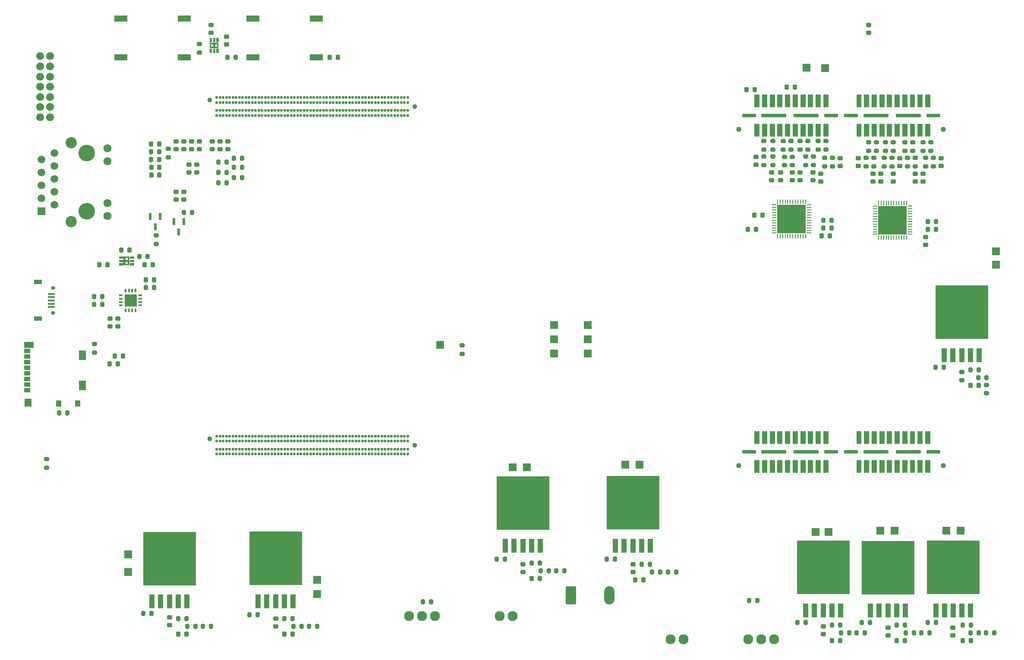
<source format=gts>
%TF.GenerationSoftware,KiCad,Pcbnew,8.0.5*%
%TF.CreationDate,2025-04-11T15:09:43-05:00*%
%TF.ProjectId,PSEC5_Ctrl_Board,50534543-355f-4437-9472-6c5f426f6172,rev?*%
%TF.SameCoordinates,Original*%
%TF.FileFunction,Soldermask,Top*%
%TF.FilePolarity,Negative*%
%FSLAX46Y46*%
G04 Gerber Fmt 4.6, Leading zero omitted, Abs format (unit mm)*
G04 Created by KiCad (PCBNEW 8.0.5) date 2025-04-11 15:09:43*
%MOMM*%
%LPD*%
G01*
G04 APERTURE LIST*
G04 Aperture macros list*
%AMRoundRect*
0 Rectangle with rounded corners*
0 $1 Rounding radius*
0 $2 $3 $4 $5 $6 $7 $8 $9 X,Y pos of 4 corners*
0 Add a 4 corners polygon primitive as box body*
4,1,4,$2,$3,$4,$5,$6,$7,$8,$9,$2,$3,0*
0 Add four circle primitives for the rounded corners*
1,1,$1+$1,$2,$3*
1,1,$1+$1,$4,$5*
1,1,$1+$1,$6,$7*
1,1,$1+$1,$8,$9*
0 Add four rect primitives between the rounded corners*
20,1,$1+$1,$2,$3,$4,$5,0*
20,1,$1+$1,$4,$5,$6,$7,0*
20,1,$1+$1,$6,$7,$8,$9,0*
20,1,$1+$1,$8,$9,$2,$3,0*%
G04 Aperture macros list end*
%ADD10C,0.000000*%
%ADD11R,1.500000X1.500000*%
%ADD12C,1.955800*%
%ADD13RoundRect,0.200000X0.275000X-0.200000X0.275000X0.200000X-0.275000X0.200000X-0.275000X-0.200000X0*%
%ADD14RoundRect,0.200000X-0.275000X0.200000X-0.275000X-0.200000X0.275000X-0.200000X0.275000X0.200000X0*%
%ADD15RoundRect,0.225000X-0.225000X-0.250000X0.225000X-0.250000X0.225000X0.250000X-0.225000X0.250000X0*%
%ADD16R,2.500000X1.200000*%
%ADD17C,3.250000*%
%ADD18C,1.500000*%
%ADD19C,1.600000*%
%ADD20C,2.200000*%
%ADD21RoundRect,0.200000X0.200000X0.275000X-0.200000X0.275000X-0.200000X-0.275000X0.200000X-0.275000X0*%
%ADD22RoundRect,0.225000X-0.250000X0.225000X-0.250000X-0.225000X0.250000X-0.225000X0.250000X0.225000X0*%
%ADD23RoundRect,0.200000X-0.200000X-0.275000X0.200000X-0.275000X0.200000X0.275000X-0.200000X0.275000X0*%
%ADD24RoundRect,0.225000X0.250000X-0.225000X0.250000X0.225000X-0.250000X0.225000X-0.250000X-0.225000X0*%
%ADD25R,1.143000X0.812800*%
%ADD26R,1.041400X1.244600*%
%ADD27R,1.397000X1.600200*%
%ADD28R,1.854200X1.219200*%
%ADD29R,1.397000X1.955800*%
%ADD30RoundRect,0.225000X0.225000X0.250000X-0.225000X0.250000X-0.225000X-0.250000X0.225000X-0.250000X0*%
%ADD31R,1.016000X2.692400*%
%ADD32R,10.414000X10.464800*%
%ADD33R,0.812800X0.254000*%
%ADD34R,0.254000X0.812800*%
%ADD35R,5.638800X5.638800*%
%ADD36R,0.300000X0.700000*%
%ADD37C,1.549400*%
%ADD38R,0.304800X0.762000*%
%ADD39R,0.762000X0.304800*%
%ADD40R,2.489200X2.489200*%
%ADD41C,0.950000*%
%ADD42C,0.560000*%
%ADD43R,1.346200X0.406400*%
%ADD44O,0.850000X0.650000*%
%ADD45R,1.498600X0.812800*%
%ADD46R,0.558800X1.320800*%
%ADD47R,0.700000X0.300000*%
%ADD48C,1.020000*%
%ADD49RoundRect,0.102000X0.140000X1.135000X-0.140000X1.135000X-0.140000X-1.135000X0.140000X-1.135000X0*%
%ADD50RoundRect,0.102000X1.270000X0.215000X-1.270000X0.215000X-1.270000X-0.215000X1.270000X-0.215000X0*%
%ADD51RoundRect,0.102000X2.350000X0.215000X-2.350000X0.215000X-2.350000X-0.215000X2.350000X-0.215000X0*%
%ADD52RoundRect,0.250000X-0.750000X-1.550000X0.750000X-1.550000X0.750000X1.550000X-0.750000X1.550000X0*%
%ADD53O,2.000000X3.600000*%
G04 APERTURE END LIST*
D10*
%TO.C,U12*%
G36*
X102418299Y-47273500D02*
G01*
X102148399Y-47273500D01*
X102148399Y-46130500D01*
X102418299Y-46130500D01*
X102418299Y-47273500D01*
G37*
G36*
X102582000Y-46072001D02*
G01*
X102141998Y-46072001D01*
X102141998Y-45232000D01*
X102582000Y-45232000D01*
X102582000Y-46072001D01*
G37*
G36*
X102582000Y-48172000D02*
G01*
X102141998Y-48172000D01*
X102141998Y-47331999D01*
X102582000Y-47331999D01*
X102582000Y-48172000D01*
G37*
G36*
X103205699Y-47273500D02*
G01*
X102818299Y-47273500D01*
X102818299Y-46130500D01*
X103205699Y-46130500D01*
X103205699Y-47273500D01*
G37*
G36*
X103231999Y-46072001D02*
G01*
X102791999Y-46072001D01*
X102791999Y-45232000D01*
X103231999Y-45232000D01*
X103231999Y-46072001D01*
G37*
G36*
X103231999Y-48172000D02*
G01*
X102791999Y-48172000D01*
X102791999Y-47331999D01*
X103231999Y-47331999D01*
X103231999Y-48172000D01*
G37*
G36*
X103875599Y-46502000D02*
G01*
X102148399Y-46502000D01*
X102148399Y-46130500D01*
X103875599Y-46130500D01*
X103875599Y-46502000D01*
G37*
G36*
X103875599Y-47273500D02*
G01*
X103605699Y-47273500D01*
X103605699Y-46130500D01*
X103875599Y-46130500D01*
X103875599Y-47273500D01*
G37*
G36*
X103875599Y-47273500D02*
G01*
X102148399Y-47273500D01*
X102148399Y-46902000D01*
X103875599Y-46902000D01*
X103875599Y-47273500D01*
G37*
G36*
X103882000Y-46072001D02*
G01*
X103441998Y-46072001D01*
X103441998Y-45232000D01*
X103882000Y-45232000D01*
X103882000Y-46072001D01*
G37*
G36*
X103882000Y-48172000D02*
G01*
X103441998Y-48172000D01*
X103441998Y-47331999D01*
X103882000Y-47331999D01*
X103882000Y-48172000D01*
G37*
%TO.C,U11*%
G36*
X85188001Y-88582002D02*
G01*
X84348000Y-88582002D01*
X84348000Y-88142000D01*
X85188001Y-88142000D01*
X85188001Y-88582002D01*
G37*
G36*
X85188001Y-89232001D02*
G01*
X84348000Y-89232001D01*
X84348000Y-88792001D01*
X85188001Y-88792001D01*
X85188001Y-89232001D01*
G37*
G36*
X85188001Y-89882002D02*
G01*
X84348000Y-89882002D01*
X84348000Y-89442000D01*
X85188001Y-89442000D01*
X85188001Y-89882002D01*
G37*
G36*
X85618000Y-89875601D02*
G01*
X85246500Y-89875601D01*
X85246500Y-88148401D01*
X85618000Y-88148401D01*
X85618000Y-89875601D01*
G37*
G36*
X86389500Y-88418301D02*
G01*
X85246500Y-88418301D01*
X85246500Y-88148401D01*
X86389500Y-88148401D01*
X86389500Y-88418301D01*
G37*
G36*
X86389500Y-89205701D02*
G01*
X85246500Y-89205701D01*
X85246500Y-88818301D01*
X86389500Y-88818301D01*
X86389500Y-89205701D01*
G37*
G36*
X86389500Y-89875601D02*
G01*
X85246500Y-89875601D01*
X85246500Y-89605701D01*
X86389500Y-89605701D01*
X86389500Y-89875601D01*
G37*
G36*
X86389500Y-89875601D02*
G01*
X86018000Y-89875601D01*
X86018000Y-88148401D01*
X86389500Y-88148401D01*
X86389500Y-89875601D01*
G37*
G36*
X87288000Y-88582002D02*
G01*
X86447999Y-88582002D01*
X86447999Y-88142000D01*
X87288000Y-88142000D01*
X87288000Y-88582002D01*
G37*
G36*
X87288000Y-89232001D02*
G01*
X86447999Y-89232001D01*
X86447999Y-88792001D01*
X87288000Y-88792001D01*
X87288000Y-89232001D01*
G37*
G36*
X87288000Y-89882002D02*
G01*
X86447999Y-89882002D01*
X86447999Y-89442000D01*
X87288000Y-89442000D01*
X87288000Y-89882002D01*
G37*
%TD*%
D11*
%TO.C,TP21*%
X123190000Y-151638000D03*
%TD*%
D12*
%TO.C,U16*%
X212852000Y-163322000D03*
X210312000Y-163322000D03*
X207772000Y-163322000D03*
X195072000Y-163322000D03*
X192532000Y-163322000D03*
%TD*%
D13*
%TO.C,R68*%
X70104000Y-129603000D03*
X70104000Y-127953000D03*
%TD*%
D14*
%TO.C,R62*%
X219075000Y-68517000D03*
X219075000Y-70167000D03*
%TD*%
D15*
%TO.C,C5*%
X83553000Y-107696000D03*
X85103000Y-107696000D03*
%TD*%
D16*
%TO.C,SW2*%
X123090000Y-41402000D03*
X110590000Y-41402000D03*
X123090000Y-49022000D03*
X110590000Y-49022000D03*
%TD*%
D17*
%TO.C,T1*%
X77978000Y-79248000D03*
X77978000Y-67818000D03*
D11*
X69088000Y-79248000D03*
D18*
X71628000Y-77978000D03*
X69088000Y-76708000D03*
X71628000Y-75438000D03*
X69088000Y-74168000D03*
X71628000Y-72898000D03*
X69088000Y-71628000D03*
X71628000Y-70358000D03*
X69088000Y-69088000D03*
X71628000Y-67818000D03*
D19*
X82058000Y-80163000D03*
X82058000Y-77623000D03*
X82058000Y-69443000D03*
X82058000Y-66903000D03*
D20*
X74928000Y-81278000D03*
X74928000Y-65788000D03*
%TD*%
D21*
%TO.C,R18*%
X244665000Y-81280000D03*
X243015000Y-81280000D03*
%TD*%
D15*
%TO.C,C27*%
X116827000Y-162306000D03*
X118377000Y-162306000D03*
%TD*%
D21*
%TO.C,R83*%
X74231000Y-118872000D03*
X72581000Y-118872000D03*
%TD*%
D22*
%TO.C,C7*%
X214122000Y-71615000D03*
X214122000Y-73165000D03*
%TD*%
D15*
%TO.C,C18*%
X165341000Y-151384000D03*
X166891000Y-151384000D03*
%TD*%
D11*
%TO.C,TP33*%
X169672000Y-107188000D03*
%TD*%
D14*
%TO.C,R72*%
X210820000Y-65469000D03*
X210820000Y-67119000D03*
%TD*%
D23*
%TO.C,R26*%
X106871000Y-70612000D03*
X108521000Y-70612000D03*
%TD*%
D24*
%TO.C,C61*%
X97028000Y-76975000D03*
X97028000Y-75425000D03*
%TD*%
D25*
%TO.C,J6*%
X66360500Y-114357000D03*
X66360500Y-113257000D03*
X66360500Y-112156999D03*
X66360500Y-111056999D03*
X66360500Y-109956999D03*
X66360500Y-108856998D03*
X66360500Y-107757001D03*
X66360500Y-106657000D03*
D26*
X72510500Y-116992001D03*
X76210500Y-116992001D03*
D27*
X66485501Y-116817000D03*
D28*
X66710499Y-105497000D03*
D29*
X77185500Y-107522010D03*
X77185500Y-113492011D03*
%TD*%
D11*
%TO.C,TP2*%
X186436000Y-129032000D03*
%TD*%
D15*
%TO.C,C22*%
X224269000Y-163576000D03*
X225819000Y-163576000D03*
%TD*%
D22*
%TO.C,C66*%
X84074000Y-100330000D03*
X84074000Y-101880000D03*
%TD*%
D30*
%TO.C,C4*%
X187211000Y-151638000D03*
X185661000Y-151638000D03*
%TD*%
D11*
%TO.C,TP31*%
X169672000Y-101600000D03*
%TD*%
D14*
%TO.C,R53*%
X214630000Y-65469000D03*
X214630000Y-67119000D03*
%TD*%
D23*
%TO.C,R76*%
X97028000Y-79502000D03*
X98678000Y-79502000D03*
%TD*%
%TO.C,R28*%
X106871000Y-68834000D03*
X108521000Y-68834000D03*
%TD*%
D15*
%TO.C,C20*%
X236969000Y-163576000D03*
X238519000Y-163576000D03*
%TD*%
D14*
%TO.C,R15*%
X242062000Y-65723000D03*
X242062000Y-67373000D03*
%TD*%
D23*
%TO.C,R42*%
X249873000Y-160528000D03*
X251523000Y-160528000D03*
%TD*%
D14*
%TO.C,R98*%
X212598000Y-68517000D03*
X212598000Y-70167000D03*
%TD*%
%TO.C,R25*%
X236220000Y-65723000D03*
X236220000Y-67373000D03*
%TD*%
D22*
%TO.C,C74*%
X229362000Y-68821000D03*
X229362000Y-70371000D03*
%TD*%
%TO.C,C12*%
X247904000Y-161023000D03*
X247904000Y-162573000D03*
%TD*%
D16*
%TO.C,SW1*%
X97182000Y-41402000D03*
X84682000Y-41402000D03*
X97182000Y-49022000D03*
X84682000Y-49022000D03*
%TD*%
D30*
%TO.C,C109*%
X209309000Y-82804000D03*
X207759000Y-82804000D03*
%TD*%
D31*
%TO.C,LDO4*%
X111658400Y-155854400D03*
X113360200Y-155854400D03*
X115062000Y-155854400D03*
X116763800Y-155854400D03*
X118465600Y-155854400D03*
D32*
X115062000Y-147421600D03*
%TD*%
D14*
%TO.C,R51*%
X217932000Y-65469000D03*
X217932000Y-67119000D03*
%TD*%
D23*
%TO.C,R14*%
X100775000Y-160782000D03*
X102425000Y-160782000D03*
%TD*%
D30*
%TO.C,C46*%
X92228000Y-72136000D03*
X90678000Y-72136000D03*
%TD*%
D24*
%TO.C,C21*%
X105664000Y-67082000D03*
X105664000Y-65532000D03*
%TD*%
D23*
%TO.C,R29*%
X207963000Y-155702000D03*
X209613000Y-155702000D03*
%TD*%
D22*
%TO.C,C3*%
X249682000Y-110870700D03*
X249682000Y-112420700D03*
%TD*%
D33*
%TO.C,ADC2*%
X212902800Y-78018000D03*
X212902800Y-78517999D03*
X212902800Y-79018001D03*
X212902800Y-79518000D03*
X212902800Y-80017999D03*
X212902800Y-80518000D03*
X212902800Y-81018000D03*
X212902800Y-81518001D03*
X212902800Y-82018000D03*
X212902800Y-82517999D03*
X212902800Y-83018001D03*
X212902800Y-83518000D03*
D34*
X213556400Y-84171600D03*
X214056399Y-84171600D03*
X214556401Y-84171600D03*
X215056400Y-84171600D03*
X215556399Y-84171600D03*
X216056400Y-84171600D03*
X216556400Y-84171600D03*
X217056401Y-84171600D03*
X217556400Y-84171600D03*
X218056399Y-84171600D03*
X218556401Y-84171600D03*
X219056400Y-84171600D03*
D33*
X219710000Y-83518000D03*
X219710000Y-83018001D03*
X219710000Y-82517999D03*
X219710000Y-82018000D03*
X219710000Y-81518001D03*
X219710000Y-81018000D03*
X219710000Y-80518000D03*
X219710000Y-80017999D03*
X219710000Y-79518000D03*
X219710000Y-79018001D03*
X219710000Y-78517999D03*
X219710000Y-78018000D03*
D34*
X219056400Y-77364400D03*
X218556401Y-77364400D03*
X218056399Y-77364400D03*
X217556400Y-77364400D03*
X217056401Y-77364400D03*
X216556400Y-77364400D03*
X216056400Y-77364400D03*
X215556399Y-77364400D03*
X215056400Y-77364400D03*
X214556401Y-77364400D03*
X214056399Y-77364400D03*
X213556400Y-77364400D03*
D35*
X216306400Y-80768000D03*
%TD*%
D36*
%TO.C,U12*%
X103661998Y-45652000D03*
X103011999Y-45652000D03*
X102362000Y-45652000D03*
X102362000Y-47752000D03*
X103011999Y-47752000D03*
X103661998Y-47752000D03*
%TD*%
D23*
%TO.C,R38*%
X230061000Y-160020000D03*
X231711000Y-160020000D03*
%TD*%
D24*
%TO.C,C52*%
X100089000Y-67082000D03*
X100089000Y-65532000D03*
%TD*%
D14*
%TO.C,R96*%
X222758000Y-68771000D03*
X222758000Y-70421000D03*
%TD*%
D22*
%TO.C,C15*%
X94234000Y-158991000D03*
X94234000Y-160541000D03*
%TD*%
D11*
%TO.C,TP32*%
X169672000Y-104394000D03*
%TD*%
D15*
%TO.C,R86*%
X215379000Y-54864000D03*
X216929000Y-54864000D03*
%TD*%
D11*
%TO.C,TP8*%
X249428000Y-141986000D03*
%TD*%
D37*
%TO.C,J12*%
X68834000Y-48799999D03*
X70834001Y-48799999D03*
X68834000Y-50800000D03*
X70834001Y-50800000D03*
X68834000Y-52799999D03*
X70834001Y-52799999D03*
X68834000Y-54800000D03*
X70834001Y-54800000D03*
X68834000Y-56800001D03*
X70834001Y-56800001D03*
X68834000Y-58799999D03*
X70834001Y-58799999D03*
X68834000Y-60800001D03*
X70834001Y-60800001D03*
%TD*%
D14*
%TO.C,R80*%
X242570000Y-68771000D03*
X242570000Y-70421000D03*
%TD*%
%TO.C,R54*%
X212598000Y-65469000D03*
X212598000Y-67119000D03*
%TD*%
D11*
%TO.C,TP4*%
X164338000Y-129540000D03*
%TD*%
%TO.C,TP6*%
X236474000Y-141986000D03*
%TD*%
%TO.C,TP23*%
X86106000Y-146664000D03*
%TD*%
D22*
%TO.C,C111*%
X242570000Y-84315000D03*
X242570000Y-85865000D03*
%TD*%
D23*
%TO.C,R101*%
X252921000Y-111899700D03*
X254571000Y-111899700D03*
%TD*%
%TO.C,R13*%
X95949000Y-159258000D03*
X97599000Y-159258000D03*
%TD*%
D14*
%TO.C,R46*%
X232918000Y-65723000D03*
X232918000Y-67373000D03*
%TD*%
D30*
%TO.C,C96*%
X84087000Y-109220000D03*
X82537000Y-109220000D03*
%TD*%
D23*
%TO.C,R12*%
X89091000Y-158242000D03*
X90741000Y-158242000D03*
%TD*%
D22*
%TO.C,C77*%
X233807000Y-71869000D03*
X233807000Y-73419000D03*
%TD*%
D23*
%TO.C,R103*%
X118555000Y-160782000D03*
X120205000Y-160782000D03*
%TD*%
D14*
%TO.C,R90*%
X239014000Y-68771000D03*
X239014000Y-70421000D03*
%TD*%
D38*
%TO.C,U9*%
X87588999Y-94856300D03*
X86939001Y-94856300D03*
X86288999Y-94856300D03*
X85639001Y-94856300D03*
D39*
X84696300Y-95799001D03*
X84696300Y-96448999D03*
X84696300Y-97099001D03*
X84696300Y-97748999D03*
D38*
X85639001Y-98691700D03*
X86288999Y-98691700D03*
X86939001Y-98691700D03*
X87588999Y-98691700D03*
D39*
X88531700Y-97748999D03*
X88531700Y-97099001D03*
X88531700Y-96448999D03*
X88531700Y-95799001D03*
D40*
X86614000Y-96774000D03*
%TD*%
D15*
%TO.C,C26*%
X95999000Y-162306000D03*
X97549000Y-162306000D03*
%TD*%
D23*
%TO.C,R33*%
X192024000Y-150114000D03*
X193674000Y-150114000D03*
%TD*%
D24*
%TO.C,C63*%
X95530000Y-76975000D03*
X95530000Y-75425000D03*
%TD*%
%TO.C,C49*%
X97028000Y-67069000D03*
X97028000Y-65519000D03*
%TD*%
D30*
%TO.C,C48*%
X92228000Y-70612000D03*
X90678000Y-70612000D03*
%TD*%
D22*
%TO.C,C25*%
X221996000Y-71869000D03*
X221996000Y-73419000D03*
%TD*%
D41*
%TO.C,J10*%
X102108000Y-57404000D03*
X142378000Y-58674000D03*
D42*
X140975500Y-56924000D03*
X140340500Y-56924000D03*
X139705500Y-56924000D03*
X139070500Y-56924000D03*
X138435500Y-56924000D03*
X137800500Y-56924000D03*
X137165500Y-56924000D03*
X136530500Y-56924000D03*
X135895500Y-56924000D03*
X135260500Y-56924000D03*
X134625500Y-56924000D03*
X133990500Y-56924000D03*
X133355500Y-56924000D03*
X132720500Y-56924000D03*
X132085500Y-56924000D03*
X131450500Y-56924000D03*
X130815500Y-56924000D03*
X130180500Y-56924000D03*
X129545500Y-56924000D03*
X128910500Y-56924000D03*
X128275500Y-56924000D03*
X127640500Y-56924000D03*
X127005500Y-56924000D03*
X126370500Y-56924000D03*
X125735500Y-56924000D03*
X125100500Y-56924000D03*
X124465500Y-56924000D03*
X123830500Y-56924000D03*
X123195500Y-56924000D03*
X122560500Y-56924000D03*
X121925500Y-56924000D03*
X121290500Y-56924000D03*
X120655500Y-56924000D03*
X120020500Y-56924000D03*
X119385500Y-56924000D03*
X118750500Y-56924000D03*
X118115500Y-56924000D03*
X117480500Y-56924000D03*
X116845500Y-56924000D03*
X116210500Y-56924000D03*
X115575500Y-56924000D03*
X114940500Y-56924000D03*
X114305500Y-56924000D03*
X113670500Y-56924000D03*
X113035500Y-56924000D03*
X112400500Y-56924000D03*
X111765500Y-56924000D03*
X111130500Y-56924000D03*
X110495500Y-56924000D03*
X109860500Y-56924000D03*
X109225500Y-56924000D03*
X108590500Y-56924000D03*
X107955500Y-56924000D03*
X107320500Y-56924000D03*
X106685500Y-56924000D03*
X106050500Y-56924000D03*
X105415500Y-56924000D03*
X104780500Y-56924000D03*
X104145500Y-56924000D03*
X103510500Y-56924000D03*
X140975500Y-57884000D03*
X140340500Y-57884000D03*
X139705500Y-57884000D03*
X139070500Y-57884000D03*
X138435500Y-57884000D03*
X137800500Y-57884000D03*
X137165500Y-57884000D03*
X136530500Y-57884000D03*
X135895500Y-57884000D03*
X135260500Y-57884000D03*
X134625500Y-57884000D03*
X133990500Y-57884000D03*
X133355500Y-57884000D03*
X132720500Y-57884000D03*
X132085500Y-57884000D03*
X131450500Y-57884000D03*
X130815500Y-57884000D03*
X130180500Y-57884000D03*
X129545500Y-57884000D03*
X128910500Y-57884000D03*
X128275500Y-57884000D03*
X127640500Y-57884000D03*
X127005500Y-57884000D03*
X126370500Y-57884000D03*
X125735500Y-57884000D03*
X125100500Y-57884000D03*
X124465500Y-57884000D03*
X123830500Y-57884000D03*
X123195500Y-57884000D03*
X122560500Y-57884000D03*
X121925500Y-57884000D03*
X121290500Y-57884000D03*
X120655500Y-57884000D03*
X120020500Y-57884000D03*
X119385500Y-57884000D03*
X118750500Y-57884000D03*
X118115500Y-57884000D03*
X117480500Y-57884000D03*
X116845500Y-57884000D03*
X116210500Y-57884000D03*
X115575500Y-57884000D03*
X114940500Y-57884000D03*
X114305500Y-57884000D03*
X113670500Y-57884000D03*
X113035500Y-57884000D03*
X112400500Y-57884000D03*
X111765500Y-57884000D03*
X111130500Y-57884000D03*
X110495500Y-57884000D03*
X109860500Y-57884000D03*
X109225500Y-57884000D03*
X108590500Y-57884000D03*
X107955500Y-57884000D03*
X107320500Y-57884000D03*
X106685500Y-57884000D03*
X106050500Y-57884000D03*
X105415500Y-57884000D03*
X104780500Y-57884000D03*
X104145500Y-57884000D03*
X103510500Y-57884000D03*
X140975500Y-59464000D03*
X140340500Y-59464000D03*
X139705500Y-59464000D03*
X139070500Y-59464000D03*
X138435500Y-59464000D03*
X137800500Y-59464000D03*
X137165500Y-59464000D03*
X136530500Y-59464000D03*
X135895500Y-59464000D03*
X135260500Y-59464000D03*
X134625500Y-59464000D03*
X133990500Y-59464000D03*
X133355500Y-59464000D03*
X132720500Y-59464000D03*
X132085500Y-59464000D03*
X131450500Y-59464000D03*
X130815500Y-59464000D03*
X130180500Y-59464000D03*
X129545500Y-59464000D03*
X128910500Y-59464000D03*
X128275500Y-59464000D03*
X127640500Y-59464000D03*
X127005500Y-59464000D03*
X126370500Y-59464000D03*
X125735500Y-59464000D03*
X125100500Y-59464000D03*
X124465500Y-59464000D03*
X123830500Y-59464000D03*
X123195500Y-59464000D03*
X122560500Y-59464000D03*
X121925500Y-59464000D03*
X121290500Y-59464000D03*
X120655500Y-59464000D03*
X120020500Y-59464000D03*
X119385500Y-59464000D03*
X118750500Y-59464000D03*
X118115500Y-59464000D03*
X117480500Y-59464000D03*
X116845500Y-59464000D03*
X116210500Y-59464000D03*
X115575500Y-59464000D03*
X114940500Y-59464000D03*
X114305500Y-59464000D03*
X113670500Y-59464000D03*
X113035500Y-59464000D03*
X112400500Y-59464000D03*
X111765500Y-59464000D03*
X111130500Y-59464000D03*
X110495500Y-59464000D03*
X109860500Y-59464000D03*
X109225500Y-59464000D03*
X108590500Y-59464000D03*
X107955500Y-59464000D03*
X107320500Y-59464000D03*
X106685500Y-59464000D03*
X106050500Y-59464000D03*
X105415500Y-59464000D03*
X104780500Y-59464000D03*
X104145500Y-59464000D03*
X103510500Y-59464000D03*
X140975500Y-60424000D03*
X140340500Y-60424000D03*
X139705500Y-60424000D03*
X139070500Y-60424000D03*
X138435500Y-60424000D03*
X137800500Y-60424000D03*
X137165500Y-60424000D03*
X136530500Y-60424000D03*
X135895500Y-60424000D03*
X135260500Y-60424000D03*
X134625500Y-60424000D03*
X133990500Y-60424000D03*
X133355500Y-60424000D03*
X132720500Y-60424000D03*
X132085500Y-60424000D03*
X131450500Y-60424000D03*
X130815500Y-60424000D03*
X130180500Y-60424000D03*
X129545500Y-60424000D03*
X128910500Y-60424000D03*
X128275500Y-60424000D03*
X127640500Y-60424000D03*
X127005500Y-60424000D03*
X126370500Y-60424000D03*
X125735500Y-60424000D03*
X125100500Y-60424000D03*
X124465500Y-60424000D03*
X123830500Y-60424000D03*
X123195500Y-60424000D03*
X122560500Y-60424000D03*
X121925500Y-60424000D03*
X121290500Y-60424000D03*
X120655500Y-60424000D03*
X120020500Y-60424000D03*
X119385500Y-60424000D03*
X118750500Y-60424000D03*
X118115500Y-60424000D03*
X117480500Y-60424000D03*
X116845500Y-60424000D03*
X116210500Y-60424000D03*
X115575500Y-60424000D03*
X114940500Y-60424000D03*
X114305500Y-60424000D03*
X113670500Y-60424000D03*
X113035500Y-60424000D03*
X112400500Y-60424000D03*
X111765500Y-60424000D03*
X111130500Y-60424000D03*
X110495500Y-60424000D03*
X109860500Y-60424000D03*
X109225500Y-60424000D03*
X108590500Y-60424000D03*
X107955500Y-60424000D03*
X107320500Y-60424000D03*
X106685500Y-60424000D03*
X106050500Y-60424000D03*
X105415500Y-60424000D03*
X104780500Y-60424000D03*
X104145500Y-60424000D03*
X103510500Y-60424000D03*
%TD*%
D11*
%TO.C,TP13*%
X220980000Y-142240000D03*
%TD*%
D23*
%TO.C,R36*%
X170117000Y-149860000D03*
X171767000Y-149860000D03*
%TD*%
D22*
%TO.C,C98*%
X245618000Y-68821000D03*
X245618000Y-70371000D03*
%TD*%
D14*
%TO.C,R99*%
X210820000Y-68517000D03*
X210820000Y-70167000D03*
%TD*%
D11*
%TO.C,TP1*%
X183642000Y-129032000D03*
%TD*%
D23*
%TO.C,R107*%
X238697000Y-162052000D03*
X240347000Y-162052000D03*
%TD*%
D21*
%TO.C,R87*%
X81089000Y-97536000D03*
X79439000Y-97536000D03*
%TD*%
D30*
%TO.C,C45*%
X82055000Y-89776300D03*
X80505000Y-89776300D03*
%TD*%
D41*
%TO.C,J5*%
X102108000Y-123924000D03*
X142378000Y-125194000D03*
D42*
X140975500Y-123444000D03*
X140340500Y-123444000D03*
X139705500Y-123444000D03*
X139070500Y-123444000D03*
X138435500Y-123444000D03*
X137800500Y-123444000D03*
X137165500Y-123444000D03*
X136530500Y-123444000D03*
X135895500Y-123444000D03*
X135260500Y-123444000D03*
X134625500Y-123444000D03*
X133990500Y-123444000D03*
X133355500Y-123444000D03*
X132720500Y-123444000D03*
X132085500Y-123444000D03*
X131450500Y-123444000D03*
X130815500Y-123444000D03*
X130180500Y-123444000D03*
X129545500Y-123444000D03*
X128910500Y-123444000D03*
X128275500Y-123444000D03*
X127640500Y-123444000D03*
X127005500Y-123444000D03*
X126370500Y-123444000D03*
X125735500Y-123444000D03*
X125100500Y-123444000D03*
X124465500Y-123444000D03*
X123830500Y-123444000D03*
X123195500Y-123444000D03*
X122560500Y-123444000D03*
X121925500Y-123444000D03*
X121290500Y-123444000D03*
X120655500Y-123444000D03*
X120020500Y-123444000D03*
X119385500Y-123444000D03*
X118750500Y-123444000D03*
X118115500Y-123444000D03*
X117480500Y-123444000D03*
X116845500Y-123444000D03*
X116210500Y-123444000D03*
X115575500Y-123444000D03*
X114940500Y-123444000D03*
X114305500Y-123444000D03*
X113670500Y-123444000D03*
X113035500Y-123444000D03*
X112400500Y-123444000D03*
X111765500Y-123444000D03*
X111130500Y-123444000D03*
X110495500Y-123444000D03*
X109860500Y-123444000D03*
X109225500Y-123444000D03*
X108590500Y-123444000D03*
X107955500Y-123444000D03*
X107320500Y-123444000D03*
X106685500Y-123444000D03*
X106050500Y-123444000D03*
X105415500Y-123444000D03*
X104780500Y-123444000D03*
X104145500Y-123444000D03*
X103510500Y-123444000D03*
X140975500Y-124404000D03*
X140340500Y-124404000D03*
X139705500Y-124404000D03*
X139070500Y-124404000D03*
X138435500Y-124404000D03*
X137800500Y-124404000D03*
X137165500Y-124404000D03*
X136530500Y-124404000D03*
X135895500Y-124404000D03*
X135260500Y-124404000D03*
X134625500Y-124404000D03*
X133990500Y-124404000D03*
X133355500Y-124404000D03*
X132720500Y-124404000D03*
X132085500Y-124404000D03*
X131450500Y-124404000D03*
X130815500Y-124404000D03*
X130180500Y-124404000D03*
X129545500Y-124404000D03*
X128910500Y-124404000D03*
X128275500Y-124404000D03*
X127640500Y-124404000D03*
X127005500Y-124404000D03*
X126370500Y-124404000D03*
X125735500Y-124404000D03*
X125100500Y-124404000D03*
X124465500Y-124404000D03*
X123830500Y-124404000D03*
X123195500Y-124404000D03*
X122560500Y-124404000D03*
X121925500Y-124404000D03*
X121290500Y-124404000D03*
X120655500Y-124404000D03*
X120020500Y-124404000D03*
X119385500Y-124404000D03*
X118750500Y-124404000D03*
X118115500Y-124404000D03*
X117480500Y-124404000D03*
X116845500Y-124404000D03*
X116210500Y-124404000D03*
X115575500Y-124404000D03*
X114940500Y-124404000D03*
X114305500Y-124404000D03*
X113670500Y-124404000D03*
X113035500Y-124404000D03*
X112400500Y-124404000D03*
X111765500Y-124404000D03*
X111130500Y-124404000D03*
X110495500Y-124404000D03*
X109860500Y-124404000D03*
X109225500Y-124404000D03*
X108590500Y-124404000D03*
X107955500Y-124404000D03*
X107320500Y-124404000D03*
X106685500Y-124404000D03*
X106050500Y-124404000D03*
X105415500Y-124404000D03*
X104780500Y-124404000D03*
X104145500Y-124404000D03*
X103510500Y-124404000D03*
X140975500Y-125984000D03*
X140340500Y-125984000D03*
X139705500Y-125984000D03*
X139070500Y-125984000D03*
X138435500Y-125984000D03*
X137800500Y-125984000D03*
X137165500Y-125984000D03*
X136530500Y-125984000D03*
X135895500Y-125984000D03*
X135260500Y-125984000D03*
X134625500Y-125984000D03*
X133990500Y-125984000D03*
X133355500Y-125984000D03*
X132720500Y-125984000D03*
X132085500Y-125984000D03*
X131450500Y-125984000D03*
X130815500Y-125984000D03*
X130180500Y-125984000D03*
X129545500Y-125984000D03*
X128910500Y-125984000D03*
X128275500Y-125984000D03*
X127640500Y-125984000D03*
X127005500Y-125984000D03*
X126370500Y-125984000D03*
X125735500Y-125984000D03*
X125100500Y-125984000D03*
X124465500Y-125984000D03*
X123830500Y-125984000D03*
X123195500Y-125984000D03*
X122560500Y-125984000D03*
X121925500Y-125984000D03*
X121290500Y-125984000D03*
X120655500Y-125984000D03*
X120020500Y-125984000D03*
X119385500Y-125984000D03*
X118750500Y-125984000D03*
X118115500Y-125984000D03*
X117480500Y-125984000D03*
X116845500Y-125984000D03*
X116210500Y-125984000D03*
X115575500Y-125984000D03*
X114940500Y-125984000D03*
X114305500Y-125984000D03*
X113670500Y-125984000D03*
X113035500Y-125984000D03*
X112400500Y-125984000D03*
X111765500Y-125984000D03*
X111130500Y-125984000D03*
X110495500Y-125984000D03*
X109860500Y-125984000D03*
X109225500Y-125984000D03*
X108590500Y-125984000D03*
X107955500Y-125984000D03*
X107320500Y-125984000D03*
X106685500Y-125984000D03*
X106050500Y-125984000D03*
X105415500Y-125984000D03*
X104780500Y-125984000D03*
X104145500Y-125984000D03*
X103510500Y-125984000D03*
X140975500Y-126944000D03*
X140340500Y-126944000D03*
X139705500Y-126944000D03*
X139070500Y-126944000D03*
X138435500Y-126944000D03*
X137800500Y-126944000D03*
X137165500Y-126944000D03*
X136530500Y-126944000D03*
X135895500Y-126944000D03*
X135260500Y-126944000D03*
X134625500Y-126944000D03*
X133990500Y-126944000D03*
X133355500Y-126944000D03*
X132720500Y-126944000D03*
X132085500Y-126944000D03*
X131450500Y-126944000D03*
X130815500Y-126944000D03*
X130180500Y-126944000D03*
X129545500Y-126944000D03*
X128910500Y-126944000D03*
X128275500Y-126944000D03*
X127640500Y-126944000D03*
X127005500Y-126944000D03*
X126370500Y-126944000D03*
X125735500Y-126944000D03*
X125100500Y-126944000D03*
X124465500Y-126944000D03*
X123830500Y-126944000D03*
X123195500Y-126944000D03*
X122560500Y-126944000D03*
X121925500Y-126944000D03*
X121290500Y-126944000D03*
X120655500Y-126944000D03*
X120020500Y-126944000D03*
X119385500Y-126944000D03*
X118750500Y-126944000D03*
X118115500Y-126944000D03*
X117480500Y-126944000D03*
X116845500Y-126944000D03*
X116210500Y-126944000D03*
X115575500Y-126944000D03*
X114940500Y-126944000D03*
X114305500Y-126944000D03*
X113670500Y-126944000D03*
X113035500Y-126944000D03*
X112400500Y-126944000D03*
X111765500Y-126944000D03*
X111130500Y-126944000D03*
X110495500Y-126944000D03*
X109860500Y-126944000D03*
X109225500Y-126944000D03*
X108590500Y-126944000D03*
X107955500Y-126944000D03*
X107320500Y-126944000D03*
X106685500Y-126944000D03*
X106050500Y-126944000D03*
X105415500Y-126944000D03*
X104780500Y-126944000D03*
X104145500Y-126944000D03*
X103510500Y-126944000D03*
%TD*%
D23*
%TO.C,R41*%
X243015000Y-160020000D03*
X244665000Y-160020000D03*
%TD*%
D21*
%TO.C,R20*%
X224154000Y-82550000D03*
X222504000Y-82550000D03*
%TD*%
D14*
%TO.C,R93*%
X230886000Y-68771000D03*
X230886000Y-70421000D03*
%TD*%
D11*
%TO.C,TP7*%
X246634000Y-141986000D03*
%TD*%
D14*
%TO.C,R92*%
X232410000Y-68771000D03*
X232410000Y-70421000D03*
%TD*%
D22*
%TO.C,C14*%
X115062000Y-159245000D03*
X115062000Y-160795000D03*
%TD*%
D24*
%TO.C,C119*%
X102616000Y-67082000D03*
X102616000Y-65532000D03*
%TD*%
D22*
%TO.C,C80*%
X236220000Y-71869000D03*
X236220000Y-73419000D03*
%TD*%
D11*
%TO.C,TP11*%
X147320000Y-105537000D03*
%TD*%
D31*
%TO.C,LDO9*%
X244627400Y-157657800D03*
X246329200Y-157657800D03*
X248031000Y-157657800D03*
X249732800Y-157657800D03*
X251434600Y-157657800D03*
D32*
X248031000Y-149225000D03*
%TD*%
D13*
%TO.C,R22*%
X93980000Y-68643000D03*
X93980000Y-66993000D03*
%TD*%
D23*
%TO.C,R45*%
X251397000Y-110375700D03*
X253047000Y-110375700D03*
%TD*%
%TO.C,R39*%
X236919000Y-160528000D03*
X238569000Y-160528000D03*
%TD*%
D22*
%TO.C,C9*%
X216408000Y-71628000D03*
X216408000Y-73178000D03*
%TD*%
D31*
%TO.C,LDO8*%
X160172400Y-144970500D03*
X161874200Y-144970500D03*
X163576000Y-144970500D03*
X165277800Y-144970500D03*
X166979600Y-144970500D03*
D32*
X163576000Y-136537700D03*
%TD*%
D22*
%TO.C,C13*%
X235204000Y-161023000D03*
X235204000Y-162573000D03*
%TD*%
%TO.C,C72*%
X105410000Y-44945000D03*
X105410000Y-46495000D03*
%TD*%
D23*
%TO.C,R44*%
X244539000Y-109867700D03*
X246189000Y-109867700D03*
%TD*%
D22*
%TO.C,C93*%
X240538000Y-71882000D03*
X240538000Y-73432000D03*
%TD*%
D43*
%TO.C,J14*%
X71105097Y-95474000D03*
X71105097Y-96124001D03*
X71105097Y-96774000D03*
X71105097Y-97423999D03*
X71105097Y-98074000D03*
D44*
X71379417Y-94348998D03*
X71379417Y-99199002D03*
D45*
X68430096Y-93174000D03*
X68430096Y-100374000D03*
%TD*%
D23*
%TO.C,R59*%
X217424000Y-160020000D03*
X219074000Y-160020000D03*
%TD*%
D46*
%TO.C,Q8*%
X92390001Y-80264000D03*
X90489999Y-80264000D03*
X91440000Y-82296000D03*
%TD*%
D11*
%TO.C,TP30*%
X176276000Y-107188000D03*
%TD*%
D23*
%TO.C,R40*%
X241745000Y-162052000D03*
X243395000Y-162052000D03*
%TD*%
D14*
%TO.C,R55*%
X254508000Y-113360700D03*
X254508000Y-115010700D03*
%TD*%
D23*
%TO.C,R27*%
X103823000Y-69596000D03*
X105473000Y-69596000D03*
%TD*%
%TO.C,R34*%
X186881000Y-148590000D03*
X188531000Y-148590000D03*
%TD*%
%TO.C,R2*%
X109919000Y-158496000D03*
X111569000Y-158496000D03*
%TD*%
D14*
%TO.C,R97*%
X220599000Y-68517000D03*
X220599000Y-70167000D03*
%TD*%
D11*
%TO.C,TP19*%
X219202000Y-51054000D03*
%TD*%
D24*
%TO.C,C67*%
X102362000Y-44209000D03*
X102362000Y-42659000D03*
%TD*%
D14*
%TO.C,R16*%
X240030000Y-65723000D03*
X240030000Y-67373000D03*
%TD*%
D23*
%TO.C,R35*%
X158433000Y-147574000D03*
X160083000Y-147574000D03*
%TD*%
D21*
%TO.C,R8*%
X145605000Y-155956000D03*
X143955000Y-155956000D03*
%TD*%
D23*
%TO.C,R102*%
X97727000Y-160782000D03*
X99377000Y-160782000D03*
%TD*%
%TO.C,R104*%
X188913000Y-150114000D03*
X190563000Y-150114000D03*
%TD*%
D14*
%TO.C,R63*%
X216408000Y-68580000D03*
X216408000Y-70230000D03*
%TD*%
D22*
%TO.C,C97*%
X242062000Y-71869000D03*
X242062000Y-73419000D03*
%TD*%
D23*
%TO.C,R82*%
X225997000Y-162052000D03*
X227647000Y-162052000D03*
%TD*%
D47*
%TO.C,U11*%
X84768000Y-88362002D03*
X84768000Y-89012001D03*
X84768000Y-89662000D03*
X86868000Y-89662000D03*
X86868000Y-89012001D03*
X86868000Y-88362002D03*
%TD*%
D23*
%TO.C,R23*%
X103823000Y-73660000D03*
X105473000Y-73660000D03*
%TD*%
D11*
%TO.C,TP22*%
X123190000Y-154432000D03*
%TD*%
D22*
%TO.C,C8*%
X185166000Y-148577000D03*
X185166000Y-150127000D03*
%TD*%
D11*
%TO.C,TP10*%
X256413000Y-87122000D03*
%TD*%
%TO.C,TP20*%
X222885000Y-51181000D03*
%TD*%
D22*
%TO.C,C59*%
X99568000Y-70091000D03*
X99568000Y-71641000D03*
%TD*%
D11*
%TO.C,TP14*%
X223520000Y-142240000D03*
%TD*%
D22*
%TO.C,C2*%
X222504000Y-160769000D03*
X222504000Y-162319000D03*
%TD*%
%TO.C,C68*%
X82550000Y-100317000D03*
X82550000Y-101867000D03*
%TD*%
D15*
%TO.C,C42*%
X84823000Y-86868000D03*
X86373000Y-86868000D03*
%TD*%
D48*
%TO.C,J2*%
X246093000Y-63122000D03*
X205957000Y-63122000D03*
D49*
X243275000Y-57582000D03*
X243275000Y-63322000D03*
X242775000Y-57582000D03*
X242775000Y-63322000D03*
X241775000Y-57582000D03*
X241775000Y-63322000D03*
X241275000Y-57582000D03*
X241275000Y-63322000D03*
X240275000Y-57582000D03*
X240275000Y-63322000D03*
X239775000Y-57582000D03*
X239775000Y-63322000D03*
X238775000Y-57582000D03*
X238775000Y-63322000D03*
X238275000Y-57582000D03*
X238275000Y-63322000D03*
X237275000Y-57582000D03*
X237275000Y-63322000D03*
X236775000Y-57582000D03*
X236775000Y-63322000D03*
X235775000Y-57582000D03*
X235775000Y-63322000D03*
X235275000Y-57582000D03*
X235275000Y-63322000D03*
X234275000Y-57582000D03*
X234275000Y-63322000D03*
X233775000Y-57582000D03*
X233775000Y-63322000D03*
X232775000Y-57582000D03*
X232775000Y-63322000D03*
X232275000Y-57582000D03*
X232275000Y-63322000D03*
X231275000Y-57582000D03*
X231275000Y-63322000D03*
X230775000Y-57582000D03*
X230775000Y-63322000D03*
X229775000Y-57582000D03*
X229775000Y-63322000D03*
X229275000Y-57582000D03*
X229275000Y-63322000D03*
X223275000Y-57582000D03*
X223275000Y-63322000D03*
X222775000Y-57582000D03*
X222775000Y-63322000D03*
X221775000Y-57582000D03*
X221775000Y-63322000D03*
X221275000Y-57582000D03*
X221275000Y-63322000D03*
X220275000Y-57582000D03*
X220275000Y-63322000D03*
X219775000Y-57582000D03*
X219775000Y-63322000D03*
X218775000Y-57582000D03*
X218775000Y-63322000D03*
X218275000Y-57582000D03*
X218275000Y-63322000D03*
X217275000Y-57582000D03*
X217275000Y-63322000D03*
X216775000Y-57582000D03*
X216775000Y-63322000D03*
X215775000Y-57582000D03*
X215775000Y-63322000D03*
X215275000Y-57582000D03*
X215275000Y-63322000D03*
X214275000Y-57582000D03*
X214275000Y-63322000D03*
X213775000Y-57582000D03*
X213775000Y-63322000D03*
X212775000Y-57582000D03*
X212775000Y-63322000D03*
X212275000Y-57582000D03*
X212275000Y-63322000D03*
X211275000Y-57582000D03*
X211275000Y-63322000D03*
X210775000Y-57582000D03*
X210775000Y-63322000D03*
X209775000Y-57582000D03*
X209775000Y-63322000D03*
X209275000Y-57582000D03*
X209275000Y-63322000D03*
D50*
X244095000Y-60452000D03*
D51*
X239205000Y-60452000D03*
X232855000Y-60452000D03*
D50*
X227965000Y-60452000D03*
X224085000Y-60452000D03*
D51*
X219195000Y-60452000D03*
X212845000Y-60452000D03*
D50*
X207955000Y-60452000D03*
%TD*%
D21*
%TO.C,L3*%
X92265000Y-67564000D03*
X90615000Y-67564000D03*
%TD*%
D30*
%TO.C,C92*%
X209055000Y-55372000D03*
X207505000Y-55372000D03*
%TD*%
D23*
%TO.C,R11*%
X121603000Y-160782000D03*
X123253000Y-160782000D03*
%TD*%
D11*
%TO.C,TP29*%
X176276000Y-104394000D03*
%TD*%
D13*
%TO.C,R85*%
X79502000Y-106997000D03*
X79502000Y-105347000D03*
%TD*%
D14*
%TO.C,R49*%
X221488000Y-65469000D03*
X221488000Y-67119000D03*
%TD*%
D31*
%TO.C,LDO7*%
X181762400Y-144957800D03*
X183464200Y-144957800D03*
X185166000Y-144957800D03*
X186867800Y-144957800D03*
X188569600Y-144957800D03*
D32*
X185166000Y-136525000D03*
%TD*%
D14*
%TO.C,R74*%
X91628001Y-84011000D03*
X91628001Y-85661000D03*
%TD*%
D22*
%TO.C,C76*%
X232283000Y-71869000D03*
X232283000Y-73419000D03*
%TD*%
%TO.C,C81*%
X237490000Y-68821000D03*
X237490000Y-70371000D03*
%TD*%
D14*
%TO.C,R77*%
X244094000Y-68771000D03*
X244094000Y-70421000D03*
%TD*%
D23*
%TO.C,R60*%
X224219000Y-160528000D03*
X225869000Y-160528000D03*
%TD*%
D31*
%TO.C,LDO10*%
X231800400Y-157670500D03*
X233502200Y-157670500D03*
X235204000Y-157670500D03*
X236905800Y-157670500D03*
X238607600Y-157670500D03*
D32*
X235204000Y-149237700D03*
%TD*%
D23*
%TO.C,R24*%
X106871000Y-72644000D03*
X108521000Y-72644000D03*
%TD*%
D11*
%TO.C,TP5*%
X233680000Y-141986000D03*
%TD*%
D21*
%TO.C,R31*%
X81089000Y-96012000D03*
X79439000Y-96012000D03*
%TD*%
D14*
%TO.C,R91*%
X234442000Y-68771000D03*
X234442000Y-70421000D03*
%TD*%
D21*
%TO.C,R65*%
X89979000Y-88138000D03*
X88329000Y-88138000D03*
%TD*%
D14*
%TO.C,R94*%
X224282000Y-68771000D03*
X224282000Y-70421000D03*
%TD*%
D15*
%TO.C,C47*%
X125717000Y-49022000D03*
X127267000Y-49022000D03*
%TD*%
%TO.C,C115*%
X222237000Y-84074000D03*
X223787000Y-84074000D03*
%TD*%
D31*
%TO.C,LDO1*%
X219100400Y-157632400D03*
X220802200Y-157632400D03*
X222504000Y-157632400D03*
X224205800Y-157632400D03*
X225907600Y-157632400D03*
D32*
X222504000Y-149199600D03*
%TD*%
D23*
%TO.C,R106*%
X251397000Y-162052000D03*
X253047000Y-162052000D03*
%TD*%
%TO.C,R78*%
X103823000Y-71628000D03*
X105473000Y-71628000D03*
%TD*%
D15*
%TO.C,C65*%
X89649000Y-92710000D03*
X91199000Y-92710000D03*
%TD*%
D14*
%TO.C,R69*%
X100076000Y-46419000D03*
X100076000Y-48069000D03*
%TD*%
D11*
%TO.C,TP24*%
X86106000Y-150114000D03*
%TD*%
D22*
%TO.C,C28*%
X225806000Y-68821000D03*
X225806000Y-70371000D03*
%TD*%
%TO.C,C58*%
X98044000Y-70091000D03*
X98044000Y-71641000D03*
%TD*%
D21*
%TO.C,R21*%
X224154000Y-81026000D03*
X222504000Y-81026000D03*
%TD*%
D48*
%TO.C,J4*%
X246093000Y-129202000D03*
X205957000Y-129202000D03*
D49*
X243275000Y-123662000D03*
X243275000Y-129402000D03*
X242775000Y-123662000D03*
X242775000Y-129402000D03*
X241775000Y-123662000D03*
X241775000Y-129402000D03*
X241275000Y-123662000D03*
X241275000Y-129402000D03*
X240275000Y-123662000D03*
X240275000Y-129402000D03*
X239775000Y-123662000D03*
X239775000Y-129402000D03*
X238775000Y-123662000D03*
X238775000Y-129402000D03*
X238275000Y-123662000D03*
X238275000Y-129402000D03*
X237275000Y-123662000D03*
X237275000Y-129402000D03*
X236775000Y-123662000D03*
X236775000Y-129402000D03*
X235775000Y-123662000D03*
X235775000Y-129402000D03*
X235275000Y-123662000D03*
X235275000Y-129402000D03*
X234275000Y-123662000D03*
X234275000Y-129402000D03*
X233775000Y-123662000D03*
X233775000Y-129402000D03*
X232775000Y-123662000D03*
X232775000Y-129402000D03*
X232275000Y-123662000D03*
X232275000Y-129402000D03*
X231275000Y-123662000D03*
X231275000Y-129402000D03*
X230775000Y-123662000D03*
X230775000Y-129402000D03*
X229775000Y-123662000D03*
X229775000Y-129402000D03*
X229275000Y-123662000D03*
X229275000Y-129402000D03*
X223275000Y-123662000D03*
X223275000Y-129402000D03*
X222775000Y-123662000D03*
X222775000Y-129402000D03*
X221775000Y-123662000D03*
X221775000Y-129402000D03*
X221275000Y-123662000D03*
X221275000Y-129402000D03*
X220275000Y-123662000D03*
X220275000Y-129402000D03*
X219775000Y-123662000D03*
X219775000Y-129402000D03*
X218775000Y-123662000D03*
X218775000Y-129402000D03*
X218275000Y-123662000D03*
X218275000Y-129402000D03*
X217275000Y-123662000D03*
X217275000Y-129402000D03*
X216775000Y-123662000D03*
X216775000Y-129402000D03*
X215775000Y-123662000D03*
X215775000Y-129402000D03*
X215275000Y-123662000D03*
X215275000Y-129402000D03*
X214275000Y-123662000D03*
X214275000Y-129402000D03*
X213775000Y-123662000D03*
X213775000Y-129402000D03*
X212775000Y-123662000D03*
X212775000Y-129402000D03*
X212275000Y-123662000D03*
X212275000Y-129402000D03*
X211275000Y-123662000D03*
X211275000Y-129402000D03*
X210775000Y-123662000D03*
X210775000Y-129402000D03*
X209775000Y-123662000D03*
X209775000Y-129402000D03*
X209275000Y-123662000D03*
X209275000Y-129402000D03*
D50*
X244095000Y-126532000D03*
D51*
X239205000Y-126532000D03*
X232855000Y-126532000D03*
D50*
X227965000Y-126532000D03*
X224085000Y-126532000D03*
D51*
X219195000Y-126532000D03*
X212845000Y-126532000D03*
D50*
X207955000Y-126532000D03*
%TD*%
D23*
%TO.C,R105*%
X167069000Y-149860000D03*
X168719000Y-149860000D03*
%TD*%
D22*
%TO.C,C10*%
X163576000Y-148577000D03*
X163576000Y-150127000D03*
%TD*%
D14*
%TO.C,R95*%
X235966000Y-68771000D03*
X235966000Y-70421000D03*
%TD*%
D31*
%TO.C,LDO2*%
X246278400Y-107505500D03*
X247980200Y-107505500D03*
X249682000Y-107505500D03*
X251383800Y-107505500D03*
X253085600Y-107505500D03*
D32*
X249682000Y-99072700D03*
%TD*%
D30*
%TO.C,C110*%
X210579000Y-80010000D03*
X209029000Y-80010000D03*
%TD*%
D15*
%TO.C,C17*%
X90665000Y-66040000D03*
X92215000Y-66040000D03*
%TD*%
D22*
%TO.C,C11*%
X217932000Y-71615000D03*
X217932000Y-73165000D03*
%TD*%
D14*
%TO.C,R48*%
X223012000Y-65469000D03*
X223012000Y-67119000D03*
%TD*%
%TO.C,R9*%
X243586000Y-65723000D03*
X243586000Y-67373000D03*
%TD*%
D11*
%TO.C,TP9*%
X256413000Y-89789000D03*
%TD*%
D14*
%TO.C,R47*%
X231394000Y-65723000D03*
X231394000Y-67373000D03*
%TD*%
D23*
%TO.C,R61*%
X229045000Y-162052000D03*
X230695000Y-162052000D03*
%TD*%
D24*
%TO.C,C106*%
X95504000Y-67069000D03*
X95504000Y-65519000D03*
%TD*%
D31*
%TO.C,LDO5*%
X90830400Y-155892500D03*
X92532200Y-155892500D03*
X94234000Y-155892500D03*
X95935800Y-155892500D03*
X97637600Y-155892500D03*
D32*
X94234000Y-147459700D03*
%TD*%
D14*
%TO.C,R52*%
X216154000Y-65469000D03*
X216154000Y-67119000D03*
%TD*%
D22*
%TO.C,C1*%
X209296000Y-68567000D03*
X209296000Y-70117000D03*
%TD*%
D24*
%TO.C,C51*%
X98552000Y-67069000D03*
X98552000Y-65519000D03*
%TD*%
D11*
%TO.C,TP12*%
X176276000Y-101600000D03*
%TD*%
D21*
%TO.C,R67*%
X107251000Y-49022000D03*
X105601000Y-49022000D03*
%TD*%
D22*
%TO.C,C16*%
X220472000Y-71615000D03*
X220472000Y-73165000D03*
%TD*%
D14*
%TO.C,R89*%
X240538000Y-68771000D03*
X240538000Y-70421000D03*
%TD*%
D30*
%TO.C,C50*%
X92215000Y-69088000D03*
X90665000Y-69088000D03*
%TD*%
D22*
%TO.C,C6*%
X212344000Y-71628000D03*
X212344000Y-73178000D03*
%TD*%
D15*
%TO.C,C44*%
X89395000Y-89776300D03*
X90945000Y-89776300D03*
%TD*%
D14*
%TO.C,R64*%
X214884000Y-68580000D03*
X214884000Y-70230000D03*
%TD*%
%TO.C,R30*%
X234696000Y-65723000D03*
X234696000Y-67373000D03*
%TD*%
D12*
%TO.C,U5*%
X141224000Y-158750000D03*
X143764000Y-158750000D03*
X146304000Y-158750000D03*
X159004000Y-158750000D03*
X161544000Y-158750000D03*
%TD*%
D24*
%TO.C,R88*%
X231394000Y-44209000D03*
X231394000Y-42659000D03*
%TD*%
D14*
%TO.C,R17*%
X238506000Y-65723000D03*
X238506000Y-67373000D03*
%TD*%
D23*
%TO.C,R10*%
X116777000Y-159258000D03*
X118427000Y-159258000D03*
%TD*%
D14*
%TO.C,R50*%
X219456000Y-65469000D03*
X219456000Y-67119000D03*
%TD*%
D52*
%TO.C,J1*%
X173034000Y-154718500D03*
D53*
X180534000Y-154718500D03*
%TD*%
D15*
%TO.C,C19*%
X249923000Y-163576000D03*
X251473000Y-163576000D03*
%TD*%
D23*
%TO.C,R32*%
X180023000Y-147574000D03*
X181673000Y-147574000D03*
%TD*%
D33*
%TO.C,ADC1*%
X232714800Y-78276000D03*
X232714800Y-78775999D03*
X232714800Y-79276001D03*
X232714800Y-79776000D03*
X232714800Y-80275999D03*
X232714800Y-80776000D03*
X232714800Y-81276000D03*
X232714800Y-81776001D03*
X232714800Y-82276000D03*
X232714800Y-82775999D03*
X232714800Y-83276001D03*
X232714800Y-83776000D03*
D34*
X233368400Y-84429600D03*
X233868399Y-84429600D03*
X234368401Y-84429600D03*
X234868400Y-84429600D03*
X235368399Y-84429600D03*
X235868400Y-84429600D03*
X236368400Y-84429600D03*
X236868401Y-84429600D03*
X237368400Y-84429600D03*
X237868399Y-84429600D03*
X238368401Y-84429600D03*
X238868400Y-84429600D03*
D33*
X239522000Y-83776000D03*
X239522000Y-83276001D03*
X239522000Y-82775999D03*
X239522000Y-82276000D03*
X239522000Y-81776001D03*
X239522000Y-81276000D03*
X239522000Y-80776000D03*
X239522000Y-80275999D03*
X239522000Y-79776000D03*
X239522000Y-79276001D03*
X239522000Y-78775999D03*
X239522000Y-78276000D03*
D34*
X238868400Y-77622400D03*
X238368401Y-77622400D03*
X237868399Y-77622400D03*
X237368400Y-77622400D03*
X236868401Y-77622400D03*
X236368400Y-77622400D03*
X235868400Y-77622400D03*
X235368399Y-77622400D03*
X234868400Y-77622400D03*
X234368401Y-77622400D03*
X233868399Y-77622400D03*
X233368400Y-77622400D03*
D35*
X236118400Y-81026000D03*
%TD*%
D21*
%TO.C,R19*%
X244665000Y-82804000D03*
X243015000Y-82804000D03*
%TD*%
D13*
%TO.C,R79*%
X151638000Y-107251000D03*
X151638000Y-105601000D03*
%TD*%
D24*
%TO.C,C118*%
X104140000Y-67082000D03*
X104140000Y-65532000D03*
%TD*%
D21*
%TO.C,R81*%
X91249000Y-94234000D03*
X89599000Y-94234000D03*
%TD*%
D23*
%TO.C,R37*%
X165291000Y-148336000D03*
X166941000Y-148336000D03*
%TD*%
D46*
%TO.C,Q6*%
X97025001Y-81280000D03*
X95124999Y-81280000D03*
X96075000Y-83312000D03*
%TD*%
D11*
%TO.C,TP3*%
X161544000Y-129540000D03*
%TD*%
D23*
%TO.C,R43*%
X254445000Y-162052000D03*
X256095000Y-162052000D03*
%TD*%
D15*
%TO.C,C23*%
X251447000Y-113423700D03*
X252997000Y-113423700D03*
%TD*%
M02*

</source>
